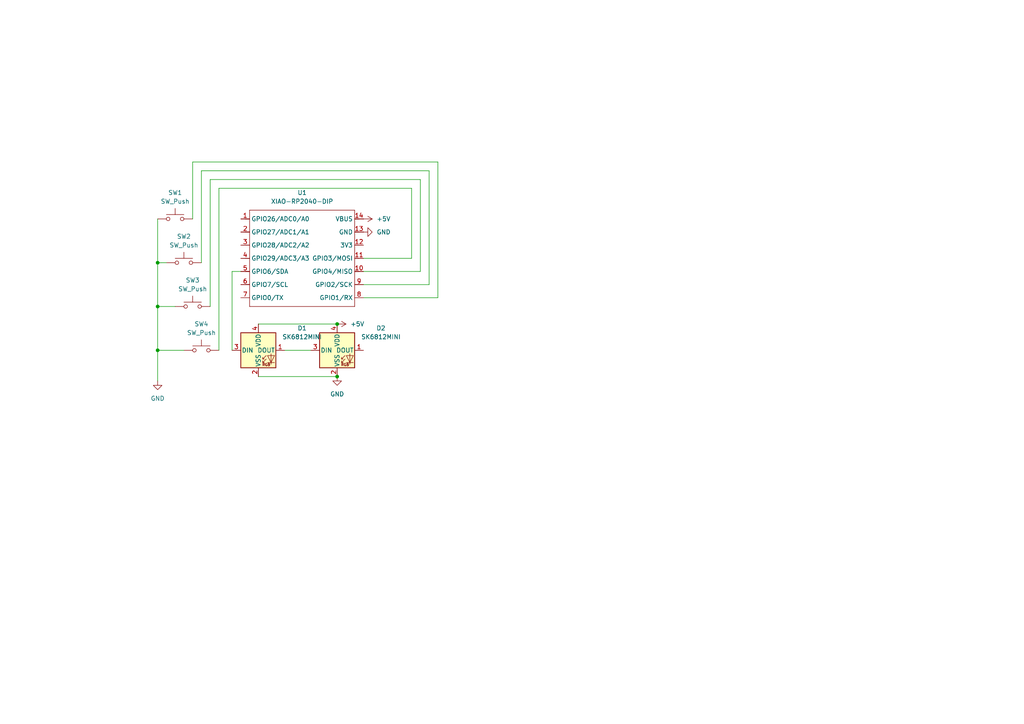
<source format=kicad_sch>
(kicad_sch
	(version 20250114)
	(generator "eeschema")
	(generator_version "9.0")
	(uuid "64cd4c48-d17e-4b6d-baea-c7343edc983d")
	(paper "A4")
	(lib_symbols
		(symbol "LED:SK6812MINI"
			(pin_names
				(offset 0.254)
			)
			(exclude_from_sim no)
			(in_bom yes)
			(on_board yes)
			(property "Reference" "D"
				(at 5.08 5.715 0)
				(effects
					(font
						(size 1.27 1.27)
					)
					(justify right bottom)
				)
			)
			(property "Value" "SK6812MINI"
				(at 1.27 -5.715 0)
				(effects
					(font
						(size 1.27 1.27)
					)
					(justify left top)
				)
			)
			(property "Footprint" "LED_SMD:LED_SK6812MINI_PLCC4_3.5x3.5mm_P1.75mm"
				(at 1.27 -7.62 0)
				(effects
					(font
						(size 1.27 1.27)
					)
					(justify left top)
					(hide yes)
				)
			)
			(property "Datasheet" "https://cdn-shop.adafruit.com/product-files/2686/SK6812MINI_REV.01-1-2.pdf"
				(at 2.54 -9.525 0)
				(effects
					(font
						(size 1.27 1.27)
					)
					(justify left top)
					(hide yes)
				)
			)
			(property "Description" "RGB LED with integrated controller"
				(at 0 0 0)
				(effects
					(font
						(size 1.27 1.27)
					)
					(hide yes)
				)
			)
			(property "ki_keywords" "RGB LED NeoPixel Mini addressable"
				(at 0 0 0)
				(effects
					(font
						(size 1.27 1.27)
					)
					(hide yes)
				)
			)
			(property "ki_fp_filters" "LED*SK6812MINI*PLCC*3.5x3.5mm*P1.75mm*"
				(at 0 0 0)
				(effects
					(font
						(size 1.27 1.27)
					)
					(hide yes)
				)
			)
			(symbol "SK6812MINI_0_0"
				(text "RGB"
					(at 2.286 -4.191 0)
					(effects
						(font
							(size 0.762 0.762)
						)
					)
				)
			)
			(symbol "SK6812MINI_0_1"
				(polyline
					(pts
						(xy 1.27 -2.54) (xy 1.778 -2.54)
					)
					(stroke
						(width 0)
						(type default)
					)
					(fill
						(type none)
					)
				)
				(polyline
					(pts
						(xy 1.27 -3.556) (xy 1.778 -3.556)
					)
					(stroke
						(width 0)
						(type default)
					)
					(fill
						(type none)
					)
				)
				(polyline
					(pts
						(xy 2.286 -1.524) (xy 1.27 -2.54) (xy 1.27 -2.032)
					)
					(stroke
						(width 0)
						(type default)
					)
					(fill
						(type none)
					)
				)
				(polyline
					(pts
						(xy 2.286 -2.54) (xy 1.27 -3.556) (xy 1.27 -3.048)
					)
					(stroke
						(width 0)
						(type default)
					)
					(fill
						(type none)
					)
				)
				(polyline
					(pts
						(xy 3.683 -1.016) (xy 3.683 -3.556) (xy 3.683 -4.064)
					)
					(stroke
						(width 0)
						(type default)
					)
					(fill
						(type none)
					)
				)
				(polyline
					(pts
						(xy 4.699 -1.524) (xy 2.667 -1.524) (xy 3.683 -3.556) (xy 4.699 -1.524)
					)
					(stroke
						(width 0)
						(type default)
					)
					(fill
						(type none)
					)
				)
				(polyline
					(pts
						(xy 4.699 -3.556) (xy 2.667 -3.556)
					)
					(stroke
						(width 0)
						(type default)
					)
					(fill
						(type none)
					)
				)
				(rectangle
					(start 5.08 5.08)
					(end -5.08 -5.08)
					(stroke
						(width 0.254)
						(type default)
					)
					(fill
						(type background)
					)
				)
			)
			(symbol "SK6812MINI_1_1"
				(pin input line
					(at -7.62 0 0)
					(length 2.54)
					(name "DIN"
						(effects
							(font
								(size 1.27 1.27)
							)
						)
					)
					(number "3"
						(effects
							(font
								(size 1.27 1.27)
							)
						)
					)
				)
				(pin power_in line
					(at 0 7.62 270)
					(length 2.54)
					(name "VDD"
						(effects
							(font
								(size 1.27 1.27)
							)
						)
					)
					(number "4"
						(effects
							(font
								(size 1.27 1.27)
							)
						)
					)
				)
				(pin power_in line
					(at 0 -7.62 90)
					(length 2.54)
					(name "VSS"
						(effects
							(font
								(size 1.27 1.27)
							)
						)
					)
					(number "2"
						(effects
							(font
								(size 1.27 1.27)
							)
						)
					)
				)
				(pin output line
					(at 7.62 0 180)
					(length 2.54)
					(name "DOUT"
						(effects
							(font
								(size 1.27 1.27)
							)
						)
					)
					(number "1"
						(effects
							(font
								(size 1.27 1.27)
							)
						)
					)
				)
			)
			(embedded_fonts no)
		)
		(symbol "Seeed_Studio_XIAO_Series:XIAO-RP2040-DIP"
			(exclude_from_sim no)
			(in_bom yes)
			(on_board yes)
			(property "Reference" "U"
				(at 0 0 0)
				(effects
					(font
						(size 1.27 1.27)
					)
				)
			)
			(property "Value" "XIAO-RP2040-DIP"
				(at 5.334 -1.778 0)
				(effects
					(font
						(size 1.27 1.27)
					)
				)
			)
			(property "Footprint" "Module:MOUDLE14P-XIAO-DIP-SMD"
				(at 14.478 -32.258 0)
				(effects
					(font
						(size 1.27 1.27)
					)
					(hide yes)
				)
			)
			(property "Datasheet" ""
				(at 0 0 0)
				(effects
					(font
						(size 1.27 1.27)
					)
					(hide yes)
				)
			)
			(property "Description" ""
				(at 0 0 0)
				(effects
					(font
						(size 1.27 1.27)
					)
					(hide yes)
				)
			)
			(symbol "XIAO-RP2040-DIP_1_0"
				(polyline
					(pts
						(xy -1.27 -2.54) (xy 29.21 -2.54)
					)
					(stroke
						(width 0.1524)
						(type solid)
					)
					(fill
						(type none)
					)
				)
				(polyline
					(pts
						(xy -1.27 -5.08) (xy -2.54 -5.08)
					)
					(stroke
						(width 0.1524)
						(type solid)
					)
					(fill
						(type none)
					)
				)
				(polyline
					(pts
						(xy -1.27 -5.08) (xy -1.27 -2.54)
					)
					(stroke
						(width 0.1524)
						(type solid)
					)
					(fill
						(type none)
					)
				)
				(polyline
					(pts
						(xy -1.27 -8.89) (xy -2.54 -8.89)
					)
					(stroke
						(width 0.1524)
						(type solid)
					)
					(fill
						(type none)
					)
				)
				(polyline
					(pts
						(xy -1.27 -8.89) (xy -1.27 -5.08)
					)
					(stroke
						(width 0.1524)
						(type solid)
					)
					(fill
						(type none)
					)
				)
				(polyline
					(pts
						(xy -1.27 -12.7) (xy -2.54 -12.7)
					)
					(stroke
						(width 0.1524)
						(type solid)
					)
					(fill
						(type none)
					)
				)
				(polyline
					(pts
						(xy -1.27 -12.7) (xy -1.27 -8.89)
					)
					(stroke
						(width 0.1524)
						(type solid)
					)
					(fill
						(type none)
					)
				)
				(polyline
					(pts
						(xy -1.27 -16.51) (xy -2.54 -16.51)
					)
					(stroke
						(width 0.1524)
						(type solid)
					)
					(fill
						(type none)
					)
				)
				(polyline
					(pts
						(xy -1.27 -16.51) (xy -1.27 -12.7)
					)
					(stroke
						(width 0.1524)
						(type solid)
					)
					(fill
						(type none)
					)
				)
				(polyline
					(pts
						(xy -1.27 -20.32) (xy -2.54 -20.32)
					)
					(stroke
						(width 0.1524)
						(type solid)
					)
					(fill
						(type none)
					)
				)
				(polyline
					(pts
						(xy -1.27 -24.13) (xy -2.54 -24.13)
					)
					(stroke
						(width 0.1524)
						(type solid)
					)
					(fill
						(type none)
					)
				)
				(polyline
					(pts
						(xy -1.27 -27.94) (xy -2.54 -27.94)
					)
					(stroke
						(width 0.1524)
						(type solid)
					)
					(fill
						(type none)
					)
				)
				(polyline
					(pts
						(xy -1.27 -30.48) (xy -1.27 -16.51)
					)
					(stroke
						(width 0.1524)
						(type solid)
					)
					(fill
						(type none)
					)
				)
				(polyline
					(pts
						(xy 29.21 -2.54) (xy 29.21 -5.08)
					)
					(stroke
						(width 0.1524)
						(type solid)
					)
					(fill
						(type none)
					)
				)
				(polyline
					(pts
						(xy 29.21 -5.08) (xy 29.21 -8.89)
					)
					(stroke
						(width 0.1524)
						(type solid)
					)
					(fill
						(type none)
					)
				)
				(polyline
					(pts
						(xy 29.21 -8.89) (xy 29.21 -12.7)
					)
					(stroke
						(width 0.1524)
						(type solid)
					)
					(fill
						(type none)
					)
				)
				(polyline
					(pts
						(xy 29.21 -12.7) (xy 29.21 -30.48)
					)
					(stroke
						(width 0.1524)
						(type solid)
					)
					(fill
						(type none)
					)
				)
				(polyline
					(pts
						(xy 29.21 -30.48) (xy -1.27 -30.48)
					)
					(stroke
						(width 0.1524)
						(type solid)
					)
					(fill
						(type none)
					)
				)
				(polyline
					(pts
						(xy 30.48 -5.08) (xy 29.21 -5.08)
					)
					(stroke
						(width 0.1524)
						(type solid)
					)
					(fill
						(type none)
					)
				)
				(polyline
					(pts
						(xy 30.48 -8.89) (xy 29.21 -8.89)
					)
					(stroke
						(width 0.1524)
						(type solid)
					)
					(fill
						(type none)
					)
				)
				(polyline
					(pts
						(xy 30.48 -12.7) (xy 29.21 -12.7)
					)
					(stroke
						(width 0.1524)
						(type solid)
					)
					(fill
						(type none)
					)
				)
				(polyline
					(pts
						(xy 30.48 -16.51) (xy 29.21 -16.51)
					)
					(stroke
						(width 0.1524)
						(type solid)
					)
					(fill
						(type none)
					)
				)
				(polyline
					(pts
						(xy 30.48 -20.32) (xy 29.21 -20.32)
					)
					(stroke
						(width 0.1524)
						(type solid)
					)
					(fill
						(type none)
					)
				)
				(polyline
					(pts
						(xy 30.48 -24.13) (xy 29.21 -24.13)
					)
					(stroke
						(width 0.1524)
						(type solid)
					)
					(fill
						(type none)
					)
				)
				(polyline
					(pts
						(xy 30.48 -27.94) (xy 29.21 -27.94)
					)
					(stroke
						(width 0.1524)
						(type solid)
					)
					(fill
						(type none)
					)
				)
				(pin passive line
					(at -3.81 -5.08 0)
					(length 2.54)
					(name "GPIO26/ADC0/A0"
						(effects
							(font
								(size 1.27 1.27)
							)
						)
					)
					(number "1"
						(effects
							(font
								(size 1.27 1.27)
							)
						)
					)
				)
				(pin passive line
					(at -3.81 -8.89 0)
					(length 2.54)
					(name "GPIO27/ADC1/A1"
						(effects
							(font
								(size 1.27 1.27)
							)
						)
					)
					(number "2"
						(effects
							(font
								(size 1.27 1.27)
							)
						)
					)
				)
				(pin passive line
					(at -3.81 -12.7 0)
					(length 2.54)
					(name "GPIO28/ADC2/A2"
						(effects
							(font
								(size 1.27 1.27)
							)
						)
					)
					(number "3"
						(effects
							(font
								(size 1.27 1.27)
							)
						)
					)
				)
				(pin passive line
					(at -3.81 -16.51 0)
					(length 2.54)
					(name "GPIO29/ADC3/A3"
						(effects
							(font
								(size 1.27 1.27)
							)
						)
					)
					(number "4"
						(effects
							(font
								(size 1.27 1.27)
							)
						)
					)
				)
				(pin passive line
					(at -3.81 -20.32 0)
					(length 2.54)
					(name "GPIO6/SDA"
						(effects
							(font
								(size 1.27 1.27)
							)
						)
					)
					(number "5"
						(effects
							(font
								(size 1.27 1.27)
							)
						)
					)
				)
				(pin passive line
					(at -3.81 -24.13 0)
					(length 2.54)
					(name "GPIO7/SCL"
						(effects
							(font
								(size 1.27 1.27)
							)
						)
					)
					(number "6"
						(effects
							(font
								(size 1.27 1.27)
							)
						)
					)
				)
				(pin passive line
					(at -3.81 -27.94 0)
					(length 2.54)
					(name "GPIO0/TX"
						(effects
							(font
								(size 1.27 1.27)
							)
						)
					)
					(number "7"
						(effects
							(font
								(size 1.27 1.27)
							)
						)
					)
				)
				(pin passive line
					(at 31.75 -5.08 180)
					(length 2.54)
					(name "VBUS"
						(effects
							(font
								(size 1.27 1.27)
							)
						)
					)
					(number "14"
						(effects
							(font
								(size 1.27 1.27)
							)
						)
					)
				)
				(pin passive line
					(at 31.75 -8.89 180)
					(length 2.54)
					(name "GND"
						(effects
							(font
								(size 1.27 1.27)
							)
						)
					)
					(number "13"
						(effects
							(font
								(size 1.27 1.27)
							)
						)
					)
				)
				(pin passive line
					(at 31.75 -12.7 180)
					(length 2.54)
					(name "3V3"
						(effects
							(font
								(size 1.27 1.27)
							)
						)
					)
					(number "12"
						(effects
							(font
								(size 1.27 1.27)
							)
						)
					)
				)
				(pin passive line
					(at 31.75 -16.51 180)
					(length 2.54)
					(name "GPIO3/MOSI"
						(effects
							(font
								(size 1.27 1.27)
							)
						)
					)
					(number "11"
						(effects
							(font
								(size 1.27 1.27)
							)
						)
					)
				)
				(pin passive line
					(at 31.75 -20.32 180)
					(length 2.54)
					(name "GPIO4/MISO"
						(effects
							(font
								(size 1.27 1.27)
							)
						)
					)
					(number "10"
						(effects
							(font
								(size 1.27 1.27)
							)
						)
					)
				)
				(pin passive line
					(at 31.75 -24.13 180)
					(length 2.54)
					(name "GPIO2/SCK"
						(effects
							(font
								(size 1.27 1.27)
							)
						)
					)
					(number "9"
						(effects
							(font
								(size 1.27 1.27)
							)
						)
					)
				)
				(pin passive line
					(at 31.75 -27.94 180)
					(length 2.54)
					(name "GPIO1/RX"
						(effects
							(font
								(size 1.27 1.27)
							)
						)
					)
					(number "8"
						(effects
							(font
								(size 1.27 1.27)
							)
						)
					)
				)
			)
			(embedded_fonts no)
		)
		(symbol "Switch:SW_Push"
			(pin_numbers
				(hide yes)
			)
			(pin_names
				(offset 1.016)
				(hide yes)
			)
			(exclude_from_sim no)
			(in_bom yes)
			(on_board yes)
			(property "Reference" "SW"
				(at 1.27 2.54 0)
				(effects
					(font
						(size 1.27 1.27)
					)
					(justify left)
				)
			)
			(property "Value" "SW_Push"
				(at 0 -1.524 0)
				(effects
					(font
						(size 1.27 1.27)
					)
				)
			)
			(property "Footprint" ""
				(at 0 5.08 0)
				(effects
					(font
						(size 1.27 1.27)
					)
					(hide yes)
				)
			)
			(property "Datasheet" "~"
				(at 0 5.08 0)
				(effects
					(font
						(size 1.27 1.27)
					)
					(hide yes)
				)
			)
			(property "Description" "Push button switch, generic, two pins"
				(at 0 0 0)
				(effects
					(font
						(size 1.27 1.27)
					)
					(hide yes)
				)
			)
			(property "ki_keywords" "switch normally-open pushbutton push-button"
				(at 0 0 0)
				(effects
					(font
						(size 1.27 1.27)
					)
					(hide yes)
				)
			)
			(symbol "SW_Push_0_1"
				(circle
					(center -2.032 0)
					(radius 0.508)
					(stroke
						(width 0)
						(type default)
					)
					(fill
						(type none)
					)
				)
				(polyline
					(pts
						(xy 0 1.27) (xy 0 3.048)
					)
					(stroke
						(width 0)
						(type default)
					)
					(fill
						(type none)
					)
				)
				(circle
					(center 2.032 0)
					(radius 0.508)
					(stroke
						(width 0)
						(type default)
					)
					(fill
						(type none)
					)
				)
				(polyline
					(pts
						(xy 2.54 1.27) (xy -2.54 1.27)
					)
					(stroke
						(width 0)
						(type default)
					)
					(fill
						(type none)
					)
				)
				(pin passive line
					(at -5.08 0 0)
					(length 2.54)
					(name "1"
						(effects
							(font
								(size 1.27 1.27)
							)
						)
					)
					(number "1"
						(effects
							(font
								(size 1.27 1.27)
							)
						)
					)
				)
				(pin passive line
					(at 5.08 0 180)
					(length 2.54)
					(name "2"
						(effects
							(font
								(size 1.27 1.27)
							)
						)
					)
					(number "2"
						(effects
							(font
								(size 1.27 1.27)
							)
						)
					)
				)
			)
			(embedded_fonts no)
		)
		(symbol "power:+5V"
			(power)
			(pin_numbers
				(hide yes)
			)
			(pin_names
				(offset 0)
				(hide yes)
			)
			(exclude_from_sim no)
			(in_bom yes)
			(on_board yes)
			(property "Reference" "#PWR"
				(at 0 -3.81 0)
				(effects
					(font
						(size 1.27 1.27)
					)
					(hide yes)
				)
			)
			(property "Value" "+5V"
				(at 0 3.556 0)
				(effects
					(font
						(size 1.27 1.27)
					)
				)
			)
			(property "Footprint" ""
				(at 0 0 0)
				(effects
					(font
						(size 1.27 1.27)
					)
					(hide yes)
				)
			)
			(property "Datasheet" ""
				(at 0 0 0)
				(effects
					(font
						(size 1.27 1.27)
					)
					(hide yes)
				)
			)
			(property "Description" "Power symbol creates a global label with name \"+5V\""
				(at 0 0 0)
				(effects
					(font
						(size 1.27 1.27)
					)
					(hide yes)
				)
			)
			(property "ki_keywords" "global power"
				(at 0 0 0)
				(effects
					(font
						(size 1.27 1.27)
					)
					(hide yes)
				)
			)
			(symbol "+5V_0_1"
				(polyline
					(pts
						(xy -0.762 1.27) (xy 0 2.54)
					)
					(stroke
						(width 0)
						(type default)
					)
					(fill
						(type none)
					)
				)
				(polyline
					(pts
						(xy 0 2.54) (xy 0.762 1.27)
					)
					(stroke
						(width 0)
						(type default)
					)
					(fill
						(type none)
					)
				)
				(polyline
					(pts
						(xy 0 0) (xy 0 2.54)
					)
					(stroke
						(width 0)
						(type default)
					)
					(fill
						(type none)
					)
				)
			)
			(symbol "+5V_1_1"
				(pin power_in line
					(at 0 0 90)
					(length 0)
					(name "~"
						(effects
							(font
								(size 1.27 1.27)
							)
						)
					)
					(number "1"
						(effects
							(font
								(size 1.27 1.27)
							)
						)
					)
				)
			)
			(embedded_fonts no)
		)
		(symbol "power:GND"
			(power)
			(pin_numbers
				(hide yes)
			)
			(pin_names
				(offset 0)
				(hide yes)
			)
			(exclude_from_sim no)
			(in_bom yes)
			(on_board yes)
			(property "Reference" "#PWR"
				(at 0 -6.35 0)
				(effects
					(font
						(size 1.27 1.27)
					)
					(hide yes)
				)
			)
			(property "Value" "GND"
				(at 0 -3.81 0)
				(effects
					(font
						(size 1.27 1.27)
					)
				)
			)
			(property "Footprint" ""
				(at 0 0 0)
				(effects
					(font
						(size 1.27 1.27)
					)
					(hide yes)
				)
			)
			(property "Datasheet" ""
				(at 0 0 0)
				(effects
					(font
						(size 1.27 1.27)
					)
					(hide yes)
				)
			)
			(property "Description" "Power symbol creates a global label with name \"GND\" , ground"
				(at 0 0 0)
				(effects
					(font
						(size 1.27 1.27)
					)
					(hide yes)
				)
			)
			(property "ki_keywords" "global power"
				(at 0 0 0)
				(effects
					(font
						(size 1.27 1.27)
					)
					(hide yes)
				)
			)
			(symbol "GND_0_1"
				(polyline
					(pts
						(xy 0 0) (xy 0 -1.27) (xy 1.27 -1.27) (xy 0 -2.54) (xy -1.27 -1.27) (xy 0 -1.27)
					)
					(stroke
						(width 0)
						(type default)
					)
					(fill
						(type none)
					)
				)
			)
			(symbol "GND_1_1"
				(pin power_in line
					(at 0 0 270)
					(length 0)
					(name "~"
						(effects
							(font
								(size 1.27 1.27)
							)
						)
					)
					(number "1"
						(effects
							(font
								(size 1.27 1.27)
							)
						)
					)
				)
			)
			(embedded_fonts no)
		)
	)
	(junction
		(at 97.79 93.98)
		(diameter 0)
		(color 0 0 0 0)
		(uuid "0d196194-1eab-48b4-bd74-22f1a6efec50")
	)
	(junction
		(at 97.79 109.22)
		(diameter 0)
		(color 0 0 0 0)
		(uuid "0ea84ccf-9d28-4cff-a4dd-9458b3765cdd")
	)
	(junction
		(at 45.72 76.2)
		(diameter 0)
		(color 0 0 0 0)
		(uuid "5dcd7be1-1e1c-4264-ada5-63d0698e21a7")
	)
	(junction
		(at 45.72 88.9)
		(diameter 0)
		(color 0 0 0 0)
		(uuid "9e65e1d2-97d2-4d5b-85da-8d6d67386727")
	)
	(junction
		(at 45.72 101.6)
		(diameter 0)
		(color 0 0 0 0)
		(uuid "d91724a1-9ec5-43a3-bc7b-eb69f2f3af4c")
	)
	(wire
		(pts
			(xy 124.46 49.53) (xy 124.46 82.55)
		)
		(stroke
			(width 0)
			(type default)
		)
		(uuid "06fb8c30-1eeb-4c76-9844-41884e01910b")
	)
	(wire
		(pts
			(xy 58.42 49.53) (xy 124.46 49.53)
		)
		(stroke
			(width 0)
			(type default)
		)
		(uuid "0ee9e0c2-ec7b-442e-abe0-7cc1d7d9fb93")
	)
	(wire
		(pts
			(xy 60.96 88.9) (xy 60.96 52.07)
		)
		(stroke
			(width 0)
			(type default)
		)
		(uuid "1d6a80d5-a659-4d72-8e55-c2ca5ed03ae0")
	)
	(wire
		(pts
			(xy 74.93 93.98) (xy 97.79 93.98)
		)
		(stroke
			(width 0)
			(type default)
		)
		(uuid "22a9a14d-81ca-4382-9c67-8f75199abc10")
	)
	(wire
		(pts
			(xy 53.34 101.6) (xy 45.72 101.6)
		)
		(stroke
			(width 0)
			(type default)
		)
		(uuid "25965230-1eea-4e96-bf77-4183e4d3fac5")
	)
	(wire
		(pts
			(xy 121.92 78.74) (xy 105.41 78.74)
		)
		(stroke
			(width 0)
			(type default)
		)
		(uuid "296d6ab5-4964-4618-a73f-cb5e1124a6a5")
	)
	(wire
		(pts
			(xy 45.72 63.5) (xy 45.72 76.2)
		)
		(stroke
			(width 0)
			(type default)
		)
		(uuid "2eb85223-191c-4664-82e8-2da08a80db87")
	)
	(wire
		(pts
			(xy 119.38 54.61) (xy 119.38 74.93)
		)
		(stroke
			(width 0)
			(type default)
		)
		(uuid "2f5acc4e-037c-4063-8934-1d08a16176cc")
	)
	(wire
		(pts
			(xy 124.46 82.55) (xy 105.41 82.55)
		)
		(stroke
			(width 0)
			(type default)
		)
		(uuid "4031ca0e-b7a2-4360-bde1-1eaef7be8007")
	)
	(wire
		(pts
			(xy 45.72 76.2) (xy 45.72 88.9)
		)
		(stroke
			(width 0)
			(type default)
		)
		(uuid "473ba581-6d65-447f-8627-84d0303007c3")
	)
	(wire
		(pts
			(xy 127 86.36) (xy 105.41 86.36)
		)
		(stroke
			(width 0)
			(type default)
		)
		(uuid "5494f4aa-ce1e-4487-b6ce-3f04c613793a")
	)
	(wire
		(pts
			(xy 45.72 101.6) (xy 45.72 110.49)
		)
		(stroke
			(width 0)
			(type default)
		)
		(uuid "557c1ca6-4055-4d0f-aa48-8c87e39b10c5")
	)
	(wire
		(pts
			(xy 119.38 74.93) (xy 105.41 74.93)
		)
		(stroke
			(width 0)
			(type default)
		)
		(uuid "5ce2a293-1756-4d70-961d-6361db4f13fa")
	)
	(wire
		(pts
			(xy 67.31 101.6) (xy 67.31 78.74)
		)
		(stroke
			(width 0)
			(type default)
		)
		(uuid "5f60d0cc-bb6d-4c5d-87f3-8ef4f74f1e83")
	)
	(wire
		(pts
			(xy 82.55 101.6) (xy 90.17 101.6)
		)
		(stroke
			(width 0)
			(type default)
		)
		(uuid "76e5ffe6-8105-4201-b8de-68d234775b59")
	)
	(wire
		(pts
			(xy 50.8 88.9) (xy 45.72 88.9)
		)
		(stroke
			(width 0)
			(type default)
		)
		(uuid "7f703be9-73d2-4b99-b8b1-0bf8eb42ec37")
	)
	(wire
		(pts
			(xy 63.5 101.6) (xy 63.5 54.61)
		)
		(stroke
			(width 0)
			(type default)
		)
		(uuid "8cfc06fe-b96e-4797-a141-934d08b5a456")
	)
	(wire
		(pts
			(xy 60.96 52.07) (xy 121.92 52.07)
		)
		(stroke
			(width 0)
			(type default)
		)
		(uuid "95138a9f-3db5-42eb-ac50-9130e09e912e")
	)
	(wire
		(pts
			(xy 55.88 46.99) (xy 127 46.99)
		)
		(stroke
			(width 0)
			(type default)
		)
		(uuid "954bcbd8-59e9-4aaa-b822-6f90b3cc0b04")
	)
	(wire
		(pts
			(xy 127 46.99) (xy 127 86.36)
		)
		(stroke
			(width 0)
			(type default)
		)
		(uuid "b92c55e0-b541-4e55-8717-a5b66760830e")
	)
	(wire
		(pts
			(xy 67.31 78.74) (xy 69.85 78.74)
		)
		(stroke
			(width 0)
			(type default)
		)
		(uuid "c25b0d15-2528-40c7-aa52-77389385f99a")
	)
	(wire
		(pts
			(xy 63.5 54.61) (xy 119.38 54.61)
		)
		(stroke
			(width 0)
			(type default)
		)
		(uuid "c5b88667-9c90-443a-8ae1-7309c0422bd5")
	)
	(wire
		(pts
			(xy 45.72 76.2) (xy 48.26 76.2)
		)
		(stroke
			(width 0)
			(type default)
		)
		(uuid "dcda4452-8d4e-4317-b1d9-c53ad3c6d18f")
	)
	(wire
		(pts
			(xy 45.72 88.9) (xy 45.72 101.6)
		)
		(stroke
			(width 0)
			(type default)
		)
		(uuid "df7b5665-78fb-446b-af03-c09fbcba694e")
	)
	(wire
		(pts
			(xy 55.88 63.5) (xy 55.88 46.99)
		)
		(stroke
			(width 0)
			(type default)
		)
		(uuid "ebf9f753-131e-4da1-b956-7ec835ffda47")
	)
	(wire
		(pts
			(xy 74.93 109.22) (xy 97.79 109.22)
		)
		(stroke
			(width 0)
			(type default)
		)
		(uuid "eef7c230-0b08-478b-baeb-1258cb7f6018")
	)
	(wire
		(pts
			(xy 121.92 52.07) (xy 121.92 78.74)
		)
		(stroke
			(width 0)
			(type default)
		)
		(uuid "fb122baf-3fd8-45d5-ae8a-25b59694f2f2")
	)
	(wire
		(pts
			(xy 58.42 76.2) (xy 58.42 49.53)
		)
		(stroke
			(width 0)
			(type default)
		)
		(uuid "fe63896c-64b0-4d1a-96dd-1e9002a511f6")
	)
	(symbol
		(lib_id "power:GND")
		(at 97.79 109.22 0)
		(unit 1)
		(exclude_from_sim no)
		(in_bom yes)
		(on_board yes)
		(dnp no)
		(fields_autoplaced yes)
		(uuid "041844cf-aaf0-4985-be4b-21095d684ee5")
		(property "Reference" "#PWR03"
			(at 97.79 115.57 0)
			(effects
				(font
					(size 1.27 1.27)
				)
				(hide yes)
			)
		)
		(property "Value" "GND"
			(at 97.79 114.3 0)
			(effects
				(font
					(size 1.27 1.27)
				)
			)
		)
		(property "Footprint" ""
			(at 97.79 109.22 0)
			(effects
				(font
					(size 1.27 1.27)
				)
				(hide yes)
			)
		)
		(property "Datasheet" ""
			(at 97.79 109.22 0)
			(effects
				(font
					(size 1.27 1.27)
				)
				(hide yes)
			)
		)
		(property "Description" "Power symbol creates a global label with name \"GND\" , ground"
			(at 97.79 109.22 0)
			(effects
				(font
					(size 1.27 1.27)
				)
				(hide yes)
			)
		)
		(pin "1"
			(uuid "523ad176-d62f-401c-afda-5bf6b64c1bfc")
		)
		(instances
			(project "macropad"
				(path "/64cd4c48-d17e-4b6d-baea-c7343edc983d"
					(reference "#PWR03")
					(unit 1)
				)
			)
		)
	)
	(symbol
		(lib_id "power:+5V")
		(at 105.41 63.5 270)
		(unit 1)
		(exclude_from_sim no)
		(in_bom yes)
		(on_board yes)
		(dnp no)
		(fields_autoplaced yes)
		(uuid "24deb439-275f-4c7d-a4b4-38344bb301cb")
		(property "Reference" "#PWR04"
			(at 101.6 63.5 0)
			(effects
				(font
					(size 1.27 1.27)
				)
				(hide yes)
			)
		)
		(property "Value" "+5V"
			(at 109.22 63.4999 90)
			(effects
				(font
					(size 1.27 1.27)
				)
				(justify left)
			)
		)
		(property "Footprint" ""
			(at 105.41 63.5 0)
			(effects
				(font
					(size 1.27 1.27)
				)
				(hide yes)
			)
		)
		(property "Datasheet" ""
			(at 105.41 63.5 0)
			(effects
				(font
					(size 1.27 1.27)
				)
				(hide yes)
			)
		)
		(property "Description" "Power symbol creates a global label with name \"+5V\""
			(at 105.41 63.5 0)
			(effects
				(font
					(size 1.27 1.27)
				)
				(hide yes)
			)
		)
		(pin "1"
			(uuid "a71a6be2-2f17-4b1d-8231-4d0139944afe")
		)
		(instances
			(project ""
				(path "/64cd4c48-d17e-4b6d-baea-c7343edc983d"
					(reference "#PWR04")
					(unit 1)
				)
			)
		)
	)
	(symbol
		(lib_id "LED:SK6812MINI")
		(at 74.93 101.6 0)
		(unit 1)
		(exclude_from_sim no)
		(in_bom yes)
		(on_board yes)
		(dnp no)
		(fields_autoplaced yes)
		(uuid "2961ffd3-ad66-4ea5-a1ad-9d2871c81ab4")
		(property "Reference" "D1"
			(at 87.63 95.1798 0)
			(effects
				(font
					(size 1.27 1.27)
				)
			)
		)
		(property "Value" "SK6812MINI"
			(at 87.63 97.7198 0)
			(effects
				(font
					(size 1.27 1.27)
				)
			)
		)
		(property "Footprint" "LED_SMD:LED_SK6812MINI_PLCC4_3.5x3.5mm_P1.75mm"
			(at 76.2 109.22 0)
			(effects
				(font
					(size 1.27 1.27)
				)
				(justify left top)
				(hide yes)
			)
		)
		(property "Datasheet" "https://cdn-shop.adafruit.com/product-files/2686/SK6812MINI_REV.01-1-2.pdf"
			(at 77.47 111.125 0)
			(effects
				(font
					(size 1.27 1.27)
				)
				(justify left top)
				(hide yes)
			)
		)
		(property "Description" "RGB LED with integrated controller"
			(at 74.93 101.6 0)
			(effects
				(font
					(size 1.27 1.27)
				)
				(hide yes)
			)
		)
		(pin "3"
			(uuid "9944e94c-fdce-4a17-8222-1fb77ebd9c6a")
		)
		(pin "2"
			(uuid "51917550-2aee-4ed1-9110-852a208a1b02")
		)
		(pin "1"
			(uuid "e4e4f1c5-b239-40bc-910e-467788b6189f")
		)
		(pin "4"
			(uuid "e0d57842-30a5-4fe8-988b-1a76afb26723")
		)
		(instances
			(project ""
				(path "/64cd4c48-d17e-4b6d-baea-c7343edc983d"
					(reference "D1")
					(unit 1)
				)
			)
		)
	)
	(symbol
		(lib_id "Switch:SW_Push")
		(at 55.88 88.9 0)
		(unit 1)
		(exclude_from_sim no)
		(in_bom yes)
		(on_board yes)
		(dnp no)
		(fields_autoplaced yes)
		(uuid "416cb3ee-8d38-4c82-8434-98d635cdb354")
		(property "Reference" "SW3"
			(at 55.88 81.28 0)
			(effects
				(font
					(size 1.27 1.27)
				)
			)
		)
		(property "Value" "SW_Push"
			(at 55.88 83.82 0)
			(effects
				(font
					(size 1.27 1.27)
				)
			)
		)
		(property "Footprint" "Button_Switch_Keyboard:SW_Cherry_MX_1.00u_PCB"
			(at 55.88 83.82 0)
			(effects
				(font
					(size 1.27 1.27)
				)
				(hide yes)
			)
		)
		(property "Datasheet" "~"
			(at 55.88 83.82 0)
			(effects
				(font
					(size 1.27 1.27)
				)
				(hide yes)
			)
		)
		(property "Description" "Push button switch, generic, two pins"
			(at 55.88 88.9 0)
			(effects
				(font
					(size 1.27 1.27)
				)
				(hide yes)
			)
		)
		(pin "1"
			(uuid "35db401f-059c-4afb-91d4-55459f67239d")
		)
		(pin "2"
			(uuid "9984d7e7-6677-454c-af20-592616073482")
		)
		(instances
			(project "macropad"
				(path "/64cd4c48-d17e-4b6d-baea-c7343edc983d"
					(reference "SW3")
					(unit 1)
				)
			)
		)
	)
	(symbol
		(lib_id "power:GND")
		(at 45.72 110.49 0)
		(unit 1)
		(exclude_from_sim no)
		(in_bom yes)
		(on_board yes)
		(dnp no)
		(fields_autoplaced yes)
		(uuid "440e566e-eafa-4a62-94d7-7d75aa334f40")
		(property "Reference" "#PWR01"
			(at 45.72 116.84 0)
			(effects
				(font
					(size 1.27 1.27)
				)
				(hide yes)
			)
		)
		(property "Value" "GND"
			(at 45.72 115.57 0)
			(effects
				(font
					(size 1.27 1.27)
				)
			)
		)
		(property "Footprint" ""
			(at 45.72 110.49 0)
			(effects
				(font
					(size 1.27 1.27)
				)
				(hide yes)
			)
		)
		(property "Datasheet" ""
			(at 45.72 110.49 0)
			(effects
				(font
					(size 1.27 1.27)
				)
				(hide yes)
			)
		)
		(property "Description" "Power symbol creates a global label with name \"GND\" , ground"
			(at 45.72 110.49 0)
			(effects
				(font
					(size 1.27 1.27)
				)
				(hide yes)
			)
		)
		(pin "1"
			(uuid "73ac86c6-28d9-475c-a9f7-cb0d5c8ff63e")
		)
		(instances
			(project ""
				(path "/64cd4c48-d17e-4b6d-baea-c7343edc983d"
					(reference "#PWR01")
					(unit 1)
				)
			)
		)
	)
	(symbol
		(lib_id "Switch:SW_Push")
		(at 58.42 101.6 0)
		(unit 1)
		(exclude_from_sim no)
		(in_bom yes)
		(on_board yes)
		(dnp no)
		(fields_autoplaced yes)
		(uuid "562acc8d-b9b6-41fd-99df-d8c70f1248de")
		(property "Reference" "SW4"
			(at 58.42 93.98 0)
			(effects
				(font
					(size 1.27 1.27)
				)
			)
		)
		(property "Value" "SW_Push"
			(at 58.42 96.52 0)
			(effects
				(font
					(size 1.27 1.27)
				)
			)
		)
		(property "Footprint" "Button_Switch_Keyboard:SW_Cherry_MX_1.00u_PCB"
			(at 58.42 96.52 0)
			(effects
				(font
					(size 1.27 1.27)
				)
				(hide yes)
			)
		)
		(property "Datasheet" "~"
			(at 58.42 96.52 0)
			(effects
				(font
					(size 1.27 1.27)
				)
				(hide yes)
			)
		)
		(property "Description" "Push button switch, generic, two pins"
			(at 58.42 101.6 0)
			(effects
				(font
					(size 1.27 1.27)
				)
				(hide yes)
			)
		)
		(pin "1"
			(uuid "9e422380-5561-48ab-a6b2-c019889d6501")
		)
		(pin "2"
			(uuid "07ac14cc-fc02-44a0-a559-ae70df6fd27d")
		)
		(instances
			(project "macropad"
				(path "/64cd4c48-d17e-4b6d-baea-c7343edc983d"
					(reference "SW4")
					(unit 1)
				)
			)
		)
	)
	(symbol
		(lib_id "Seeed_Studio_XIAO_Series:XIAO-RP2040-DIP")
		(at 73.66 58.42 0)
		(unit 1)
		(exclude_from_sim no)
		(in_bom yes)
		(on_board yes)
		(dnp no)
		(fields_autoplaced yes)
		(uuid "5925e813-1875-4342-96eb-3447229825f5")
		(property "Reference" "U1"
			(at 87.63 55.88 0)
			(effects
				(font
					(size 1.27 1.27)
				)
			)
		)
		(property "Value" "XIAO-RP2040-DIP"
			(at 87.63 58.42 0)
			(effects
				(font
					(size 1.27 1.27)
				)
			)
		)
		(property "Footprint" "Seeed Studio XIAO Series Library:XIAO-RP2040-DIP"
			(at 88.138 90.678 0)
			(effects
				(font
					(size 1.27 1.27)
				)
				(hide yes)
			)
		)
		(property "Datasheet" ""
			(at 73.66 58.42 0)
			(effects
				(font
					(size 1.27 1.27)
				)
				(hide yes)
			)
		)
		(property "Description" ""
			(at 73.66 58.42 0)
			(effects
				(font
					(size 1.27 1.27)
				)
				(hide yes)
			)
		)
		(pin "10"
			(uuid "63ae0074-225b-4fa7-b3da-b9297bd1676f")
		)
		(pin "8"
			(uuid "4398defb-adc5-459c-bb44-831418d0dbba")
		)
		(pin "12"
			(uuid "be30a471-27ac-4d59-8377-4ab94969e53b")
		)
		(pin "4"
			(uuid "4102dd99-9eb0-4d4f-ae9f-635afca7f56b")
		)
		(pin "7"
			(uuid "e5bf199a-5097-445e-b08a-12fb143d65c7")
		)
		(pin "13"
			(uuid "8d6df8bb-6719-4a1e-95fa-4c0daf7abc38")
		)
		(pin "14"
			(uuid "98a64699-8a46-48c9-8a02-6c172ce1908b")
		)
		(pin "6"
			(uuid "a386de36-9a7a-4674-87ba-5e77afad5e4a")
		)
		(pin "3"
			(uuid "d6ab9835-5263-4a24-8469-86ee4a749a4e")
		)
		(pin "1"
			(uuid "10633582-b76a-4c93-930c-5e8dd9c9c70f")
		)
		(pin "5"
			(uuid "8ff966fb-ad4a-4d44-adf7-5871c1ffad06")
		)
		(pin "11"
			(uuid "4aa1f3b2-8b0c-4d17-b8ea-6c9b443365dc")
		)
		(pin "2"
			(uuid "f32a675e-2d3c-46b7-9550-5c1360fa3fb1")
		)
		(pin "9"
			(uuid "ff95b405-06fb-4b5e-aa79-bbc6135ac633")
		)
		(instances
			(project ""
				(path "/64cd4c48-d17e-4b6d-baea-c7343edc983d"
					(reference "U1")
					(unit 1)
				)
			)
		)
	)
	(symbol
		(lib_id "power:+5V")
		(at 97.79 93.98 270)
		(unit 1)
		(exclude_from_sim no)
		(in_bom yes)
		(on_board yes)
		(dnp no)
		(fields_autoplaced yes)
		(uuid "81982ada-2a54-4359-9298-4b10102bc409")
		(property "Reference" "#PWR05"
			(at 93.98 93.98 0)
			(effects
				(font
					(size 1.27 1.27)
				)
				(hide yes)
			)
		)
		(property "Value" "+5V"
			(at 101.6 93.9799 90)
			(effects
				(font
					(size 1.27 1.27)
				)
				(justify left)
			)
		)
		(property "Footprint" ""
			(at 97.79 93.98 0)
			(effects
				(font
					(size 1.27 1.27)
				)
				(hide yes)
			)
		)
		(property "Datasheet" ""
			(at 97.79 93.98 0)
			(effects
				(font
					(size 1.27 1.27)
				)
				(hide yes)
			)
		)
		(property "Description" "Power symbol creates a global label with name \"+5V\""
			(at 97.79 93.98 0)
			(effects
				(font
					(size 1.27 1.27)
				)
				(hide yes)
			)
		)
		(pin "1"
			(uuid "e5b55e73-daa3-4f7b-8ae3-34cb1b499629")
		)
		(instances
			(project ""
				(path "/64cd4c48-d17e-4b6d-baea-c7343edc983d"
					(reference "#PWR05")
					(unit 1)
				)
			)
		)
	)
	(symbol
		(lib_id "LED:SK6812MINI")
		(at 97.79 101.6 0)
		(unit 1)
		(exclude_from_sim no)
		(in_bom yes)
		(on_board yes)
		(dnp no)
		(fields_autoplaced yes)
		(uuid "92506278-27d4-4742-b3c8-46a34265796c")
		(property "Reference" "D2"
			(at 110.49 95.1798 0)
			(effects
				(font
					(size 1.27 1.27)
				)
			)
		)
		(property "Value" "SK6812MINI"
			(at 110.49 97.7198 0)
			(effects
				(font
					(size 1.27 1.27)
				)
			)
		)
		(property "Footprint" "LED_SMD:LED_SK6812MINI_PLCC4_3.5x3.5mm_P1.75mm"
			(at 99.06 109.22 0)
			(effects
				(font
					(size 1.27 1.27)
				)
				(justify left top)
				(hide yes)
			)
		)
		(property "Datasheet" "https://cdn-shop.adafruit.com/product-files/2686/SK6812MINI_REV.01-1-2.pdf"
			(at 100.33 111.125 0)
			(effects
				(font
					(size 1.27 1.27)
				)
				(justify left top)
				(hide yes)
			)
		)
		(property "Description" "RGB LED with integrated controller"
			(at 97.79 101.6 0)
			(effects
				(font
					(size 1.27 1.27)
				)
				(hide yes)
			)
		)
		(pin "3"
			(uuid "082d5c57-171c-4d4e-95a5-588138caf26a")
		)
		(pin "2"
			(uuid "5e7a1d6a-b2f3-4259-96d3-2a0a31abe731")
		)
		(pin "1"
			(uuid "ce6ac482-3ce8-48ce-871b-8e1dd24d98b1")
		)
		(pin "4"
			(uuid "7dcbd560-4ad7-435b-9052-c90d8d63d5f6")
		)
		(instances
			(project "macropad"
				(path "/64cd4c48-d17e-4b6d-baea-c7343edc983d"
					(reference "D2")
					(unit 1)
				)
			)
		)
	)
	(symbol
		(lib_id "power:GND")
		(at 105.41 67.31 90)
		(unit 1)
		(exclude_from_sim no)
		(in_bom yes)
		(on_board yes)
		(dnp no)
		(fields_autoplaced yes)
		(uuid "93f4334a-a39a-43ea-8319-fe6e90c7015d")
		(property "Reference" "#PWR02"
			(at 111.76 67.31 0)
			(effects
				(font
					(size 1.27 1.27)
				)
				(hide yes)
			)
		)
		(property "Value" "GND"
			(at 109.22 67.3099 90)
			(effects
				(font
					(size 1.27 1.27)
				)
				(justify right)
			)
		)
		(property "Footprint" ""
			(at 105.41 67.31 0)
			(effects
				(font
					(size 1.27 1.27)
				)
				(hide yes)
			)
		)
		(property "Datasheet" ""
			(at 105.41 67.31 0)
			(effects
				(font
					(size 1.27 1.27)
				)
				(hide yes)
			)
		)
		(property "Description" "Power symbol creates a global label with name \"GND\" , ground"
			(at 105.41 67.31 0)
			(effects
				(font
					(size 1.27 1.27)
				)
				(hide yes)
			)
		)
		(pin "1"
			(uuid "10be8e4e-9bcb-4030-b8d2-bc7e17e2d171")
		)
		(instances
			(project "macropad"
				(path "/64cd4c48-d17e-4b6d-baea-c7343edc983d"
					(reference "#PWR02")
					(unit 1)
				)
			)
		)
	)
	(symbol
		(lib_id "Switch:SW_Push")
		(at 53.34 76.2 0)
		(unit 1)
		(exclude_from_sim no)
		(in_bom yes)
		(on_board yes)
		(dnp no)
		(fields_autoplaced yes)
		(uuid "a9936f55-e1d6-4a12-a834-7d31d93b2b0a")
		(property "Reference" "SW2"
			(at 53.34 68.58 0)
			(effects
				(font
					(size 1.27 1.27)
				)
			)
		)
		(property "Value" "SW_Push"
			(at 53.34 71.12 0)
			(effects
				(font
					(size 1.27 1.27)
				)
			)
		)
		(property "Footprint" "Button_Switch_Keyboard:SW_Cherry_MX_1.00u_PCB"
			(at 53.34 71.12 0)
			(effects
				(font
					(size 1.27 1.27)
				)
				(hide yes)
			)
		)
		(property "Datasheet" "~"
			(at 53.34 71.12 0)
			(effects
				(font
					(size 1.27 1.27)
				)
				(hide yes)
			)
		)
		(property "Description" "Push button switch, generic, two pins"
			(at 53.34 76.2 0)
			(effects
				(font
					(size 1.27 1.27)
				)
				(hide yes)
			)
		)
		(pin "1"
			(uuid "22246fd8-1609-4833-a7bd-695448db5a2c")
		)
		(pin "2"
			(uuid "4ad1bd9a-7bb1-4bb3-b859-828739985eee")
		)
		(instances
			(project "macropad"
				(path "/64cd4c48-d17e-4b6d-baea-c7343edc983d"
					(reference "SW2")
					(unit 1)
				)
			)
		)
	)
	(symbol
		(lib_id "Switch:SW_Push")
		(at 50.8 63.5 0)
		(unit 1)
		(exclude_from_sim no)
		(in_bom yes)
		(on_board yes)
		(dnp no)
		(fields_autoplaced yes)
		(uuid "e07c4490-4b92-445b-b524-f7cc8ced82af")
		(property "Reference" "SW1"
			(at 50.8 55.88 0)
			(effects
				(font
					(size 1.27 1.27)
				)
			)
		)
		(property "Value" "SW_Push"
			(at 50.8 58.42 0)
			(effects
				(font
					(size 1.27 1.27)
				)
			)
		)
		(property "Footprint" "Button_Switch_Keyboard:SW_Cherry_MX_1.00u_PCB"
			(at 50.8 58.42 0)
			(effects
				(font
					(size 1.27 1.27)
				)
				(hide yes)
			)
		)
		(property "Datasheet" "~"
			(at 50.8 58.42 0)
			(effects
				(font
					(size 1.27 1.27)
				)
				(hide yes)
			)
		)
		(property "Description" "Push button switch, generic, two pins"
			(at 50.8 63.5 0)
			(effects
				(font
					(size 1.27 1.27)
				)
				(hide yes)
			)
		)
		(pin "1"
			(uuid "cc03e320-f2a3-4c5e-8251-3f0ee9fe7a29")
		)
		(pin "2"
			(uuid "02182b17-f1c5-47ee-a1a1-83374523b464")
		)
		(instances
			(project ""
				(path "/64cd4c48-d17e-4b6d-baea-c7343edc983d"
					(reference "SW1")
					(unit 1)
				)
			)
		)
	)
	(sheet_instances
		(path "/"
			(page "1")
		)
	)
	(embedded_fonts no)
)

</source>
